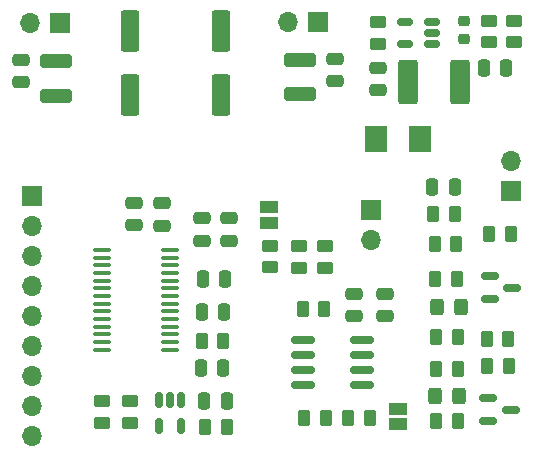
<source format=gbr>
%TF.GenerationSoftware,KiCad,Pcbnew,8.0.5*%
%TF.CreationDate,2024-10-20T10:55:42-04:00*%
%TF.ProjectId,power_glitcher,706f7765-725f-4676-9c69-74636865722e,rev?*%
%TF.SameCoordinates,Original*%
%TF.FileFunction,Soldermask,Top*%
%TF.FilePolarity,Negative*%
%FSLAX46Y46*%
G04 Gerber Fmt 4.6, Leading zero omitted, Abs format (unit mm)*
G04 Created by KiCad (PCBNEW 8.0.5) date 2024-10-20 10:55:42*
%MOMM*%
%LPD*%
G01*
G04 APERTURE LIST*
G04 Aperture macros list*
%AMRoundRect*
0 Rectangle with rounded corners*
0 $1 Rounding radius*
0 $2 $3 $4 $5 $6 $7 $8 $9 X,Y pos of 4 corners*
0 Add a 4 corners polygon primitive as box body*
4,1,4,$2,$3,$4,$5,$6,$7,$8,$9,$2,$3,0*
0 Add four circle primitives for the rounded corners*
1,1,$1+$1,$2,$3*
1,1,$1+$1,$4,$5*
1,1,$1+$1,$6,$7*
1,1,$1+$1,$8,$9*
0 Add four rect primitives between the rounded corners*
20,1,$1+$1,$2,$3,$4,$5,0*
20,1,$1+$1,$4,$5,$6,$7,0*
20,1,$1+$1,$6,$7,$8,$9,0*
20,1,$1+$1,$8,$9,$2,$3,0*%
G04 Aperture macros list end*
%ADD10R,1.500000X1.000000*%
%ADD11R,1.700000X1.700000*%
%ADD12O,1.700000X1.700000*%
%ADD13RoundRect,0.250000X0.587500X1.625000X-0.587500X1.625000X-0.587500X-1.625000X0.587500X-1.625000X0*%
%ADD14R,1.854500X2.286000*%
%ADD15RoundRect,0.250000X-0.450000X0.262500X-0.450000X-0.262500X0.450000X-0.262500X0.450000X0.262500X0*%
%ADD16RoundRect,0.250000X0.475000X-0.250000X0.475000X0.250000X-0.475000X0.250000X-0.475000X-0.250000X0*%
%ADD17RoundRect,0.150000X-0.825000X-0.150000X0.825000X-0.150000X0.825000X0.150000X-0.825000X0.150000X0*%
%ADD18RoundRect,0.250000X0.262500X0.450000X-0.262500X0.450000X-0.262500X-0.450000X0.262500X-0.450000X0*%
%ADD19RoundRect,0.250000X-0.550000X1.500000X-0.550000X-1.500000X0.550000X-1.500000X0.550000X1.500000X0*%
%ADD20RoundRect,0.250000X0.450000X-0.262500X0.450000X0.262500X-0.450000X0.262500X-0.450000X-0.262500X0*%
%ADD21RoundRect,0.250000X-0.262500X-0.450000X0.262500X-0.450000X0.262500X0.450000X-0.262500X0.450000X0*%
%ADD22RoundRect,0.150000X-0.150000X0.512500X-0.150000X-0.512500X0.150000X-0.512500X0.150000X0.512500X0*%
%ADD23RoundRect,0.250000X-0.250000X-0.475000X0.250000X-0.475000X0.250000X0.475000X-0.250000X0.475000X0*%
%ADD24RoundRect,0.100000X-0.637500X-0.100000X0.637500X-0.100000X0.637500X0.100000X-0.637500X0.100000X0*%
%ADD25RoundRect,0.225000X0.250000X-0.225000X0.250000X0.225000X-0.250000X0.225000X-0.250000X-0.225000X0*%
%ADD26RoundRect,0.150000X0.512500X0.150000X-0.512500X0.150000X-0.512500X-0.150000X0.512500X-0.150000X0*%
%ADD27RoundRect,0.250000X-0.475000X0.250000X-0.475000X-0.250000X0.475000X-0.250000X0.475000X0.250000X0*%
%ADD28RoundRect,0.250000X0.250000X0.475000X-0.250000X0.475000X-0.250000X-0.475000X0.250000X-0.475000X0*%
%ADD29RoundRect,0.250000X-0.325000X-0.450000X0.325000X-0.450000X0.325000X0.450000X-0.325000X0.450000X0*%
%ADD30RoundRect,0.150000X-0.587500X-0.150000X0.587500X-0.150000X0.587500X0.150000X-0.587500X0.150000X0*%
%ADD31RoundRect,0.250000X0.325000X0.450000X-0.325000X0.450000X-0.325000X-0.450000X0.325000X-0.450000X0*%
%ADD32RoundRect,0.250000X-1.100000X0.325000X-1.100000X-0.325000X1.100000X-0.325000X1.100000X0.325000X0*%
G04 APERTURE END LIST*
D10*
%TO.C,JP1*%
X103098600Y-72212200D03*
X103098600Y-73512200D03*
%TD*%
D11*
%TO.C,J5*%
X111810800Y-72440800D03*
D12*
X111810800Y-74980800D03*
%TD*%
D13*
%TO.C,D3*%
X119284600Y-61569600D03*
X114909600Y-61569600D03*
%TD*%
D10*
%TO.C,JP2*%
X114080000Y-90570000D03*
X114080000Y-89270000D03*
%TD*%
D14*
%TO.C,L1*%
X112166500Y-66421000D03*
X115951000Y-66421000D03*
%TD*%
D15*
%TO.C,R21*%
X121770000Y-56410000D03*
X121770000Y-58235000D03*
%TD*%
D16*
%TO.C,C17*%
X99771200Y-73131600D03*
X99771200Y-75031600D03*
%TD*%
D17*
%TO.C,U2*%
X106048000Y-83439000D03*
X106048000Y-84709000D03*
X106048000Y-85979000D03*
X106048000Y-87249000D03*
X110998000Y-87249000D03*
X110998000Y-85979000D03*
X110998000Y-84709000D03*
X110998000Y-83439000D03*
%TD*%
D18*
%TO.C,R2*%
X123436400Y-85598000D03*
X121611400Y-85598000D03*
%TD*%
%TO.C,R16*%
X118997100Y-75336400D03*
X117172100Y-75336400D03*
%TD*%
D19*
%TO.C,C6*%
X99065000Y-57302400D03*
X99065000Y-62702400D03*
%TD*%
D11*
%TO.C,J4*%
X123647200Y-70820200D03*
D12*
X123647200Y-68280200D03*
%TD*%
D20*
%TO.C,R20*%
X123878200Y-58209600D03*
X123878200Y-56384600D03*
%TD*%
D21*
%TO.C,R6*%
X109840000Y-90043000D03*
X111665000Y-90043000D03*
%TD*%
D18*
%TO.C,R15*%
X99261300Y-83515200D03*
X97436300Y-83515200D03*
%TD*%
D22*
%TO.C,U3*%
X95692000Y-88472000D03*
X94742000Y-88472000D03*
X93792000Y-88472000D03*
X93792000Y-90747000D03*
X95692000Y-90747000D03*
%TD*%
D20*
%TO.C,R10*%
X103200200Y-77290300D03*
X103200200Y-75465300D03*
%TD*%
D21*
%TO.C,R18*%
X117299100Y-85877400D03*
X119124100Y-85877400D03*
%TD*%
D23*
%TO.C,C2*%
X97460000Y-81070000D03*
X99360000Y-81070000D03*
%TD*%
D20*
%TO.C,R13*%
X91389200Y-90420200D03*
X91389200Y-88595200D03*
%TD*%
D18*
%TO.C,R12*%
X99563000Y-90758000D03*
X97738000Y-90758000D03*
%TD*%
D21*
%TO.C,R3*%
X121794900Y-74498200D03*
X123619900Y-74498200D03*
%TD*%
D24*
%TO.C,U1*%
X89017000Y-75804000D03*
X89017000Y-76454000D03*
X89017000Y-77104000D03*
X89017000Y-77754000D03*
X89017000Y-78404000D03*
X89017000Y-79054000D03*
X89017000Y-79704000D03*
X89017000Y-80354000D03*
X89017000Y-81004000D03*
X89017000Y-81654000D03*
X89017000Y-82304000D03*
X89017000Y-82954000D03*
X89017000Y-83604000D03*
X89017000Y-84254000D03*
X94742000Y-84254000D03*
X94742000Y-83604000D03*
X94742000Y-82954000D03*
X94742000Y-82304000D03*
X94742000Y-81654000D03*
X94742000Y-81004000D03*
X94742000Y-80354000D03*
X94742000Y-79704000D03*
X94742000Y-79054000D03*
X94742000Y-78404000D03*
X94742000Y-77754000D03*
X94742000Y-77104000D03*
X94742000Y-76454000D03*
X94742000Y-75804000D03*
%TD*%
D11*
%TO.C,J3*%
X107325000Y-56515000D03*
D12*
X104785000Y-56515000D03*
%TD*%
D15*
%TO.C,R8*%
X105689400Y-75490700D03*
X105689400Y-77315700D03*
%TD*%
%TO.C,R22*%
X112369600Y-58340000D03*
X112369600Y-56515000D03*
%TD*%
D18*
%TO.C,R19*%
X119136200Y-83159600D03*
X117311200Y-83159600D03*
%TD*%
%TO.C,R4*%
X119030800Y-78257400D03*
X117205800Y-78257400D03*
%TD*%
D20*
%TO.C,R14*%
X88976200Y-90420200D03*
X88976200Y-88595200D03*
%TD*%
D21*
%TO.C,R1*%
X121589800Y-83337400D03*
X123414800Y-83337400D03*
%TD*%
D11*
%TO.C,J2*%
X85450600Y-56565800D03*
D12*
X82910600Y-56565800D03*
%TD*%
D25*
%TO.C,C20*%
X119687200Y-57959400D03*
X119687200Y-56409400D03*
%TD*%
D26*
%TO.C,U5*%
X116936100Y-58379400D03*
X116936100Y-57429400D03*
X116936100Y-56479400D03*
X114661100Y-56479400D03*
X114661100Y-58379400D03*
%TD*%
D27*
%TO.C,C10*%
X82169000Y-59715400D03*
X82169000Y-61615400D03*
%TD*%
D23*
%TO.C,C3*%
X97525800Y-78282800D03*
X99425800Y-78282800D03*
%TD*%
D18*
%TO.C,R11*%
X118856800Y-72796400D03*
X117031800Y-72796400D03*
%TD*%
D28*
%TO.C,C19*%
X121315400Y-60401200D03*
X123215400Y-60401200D03*
%TD*%
D29*
%TO.C,D1*%
X117347300Y-80670400D03*
X119397300Y-80670400D03*
%TD*%
D11*
%TO.C,J1*%
X83058000Y-71247000D03*
D12*
X83058000Y-73787000D03*
X83058000Y-76327000D03*
X83058000Y-78867000D03*
X83058000Y-81407000D03*
X83058000Y-83947000D03*
X83058000Y-86487000D03*
X83058000Y-89027000D03*
X83058000Y-91567000D03*
%TD*%
D20*
%TO.C,R9*%
X107848400Y-77315700D03*
X107848400Y-75490700D03*
%TD*%
D19*
%TO.C,C8*%
X91368800Y-57287200D03*
X91368800Y-62687200D03*
%TD*%
D16*
%TO.C,C14*%
X94107000Y-73756600D03*
X94107000Y-71856600D03*
%TD*%
%TO.C,C15*%
X91744800Y-73731200D03*
X91744800Y-71831200D03*
%TD*%
D21*
%TO.C,R5*%
X117309300Y-90322400D03*
X119134300Y-90322400D03*
%TD*%
D16*
%TO.C,C13*%
X112968000Y-81402000D03*
X112968000Y-79502000D03*
%TD*%
%TO.C,C18*%
X112369600Y-62301200D03*
X112369600Y-60401200D03*
%TD*%
D30*
%TO.C,Q1*%
X121820700Y-78044000D03*
X121820700Y-79944000D03*
X123695700Y-78994000D03*
%TD*%
D31*
%TO.C,D2*%
X119242500Y-88170000D03*
X117192500Y-88170000D03*
%TD*%
D16*
%TO.C,C16*%
X97459800Y-73141800D03*
X97459800Y-75041800D03*
%TD*%
D28*
%TO.C,C1*%
X118856800Y-70510400D03*
X116956800Y-70510400D03*
%TD*%
D21*
%TO.C,R7*%
X105996100Y-80797400D03*
X107821100Y-80797400D03*
%TD*%
D27*
%TO.C,C7*%
X108742400Y-59639200D03*
X108742400Y-61539200D03*
%TD*%
D32*
%TO.C,C5*%
X105770600Y-59690000D03*
X105770600Y-62640000D03*
%TD*%
D16*
%TO.C,C11*%
X110301000Y-81402000D03*
X110301000Y-79502000D03*
%TD*%
D23*
%TO.C,C12*%
X97663000Y-88599000D03*
X99563000Y-88599000D03*
%TD*%
%TO.C,C4*%
X97348000Y-85777700D03*
X99248000Y-85777700D03*
%TD*%
D30*
%TO.C,Q2*%
X121721400Y-88381800D03*
X121721400Y-90281800D03*
X123596400Y-89331800D03*
%TD*%
D32*
%TO.C,C9*%
X85090000Y-59791600D03*
X85090000Y-62741600D03*
%TD*%
D21*
%TO.C,R17*%
X106110000Y-90043000D03*
X107935000Y-90043000D03*
%TD*%
M02*

</source>
